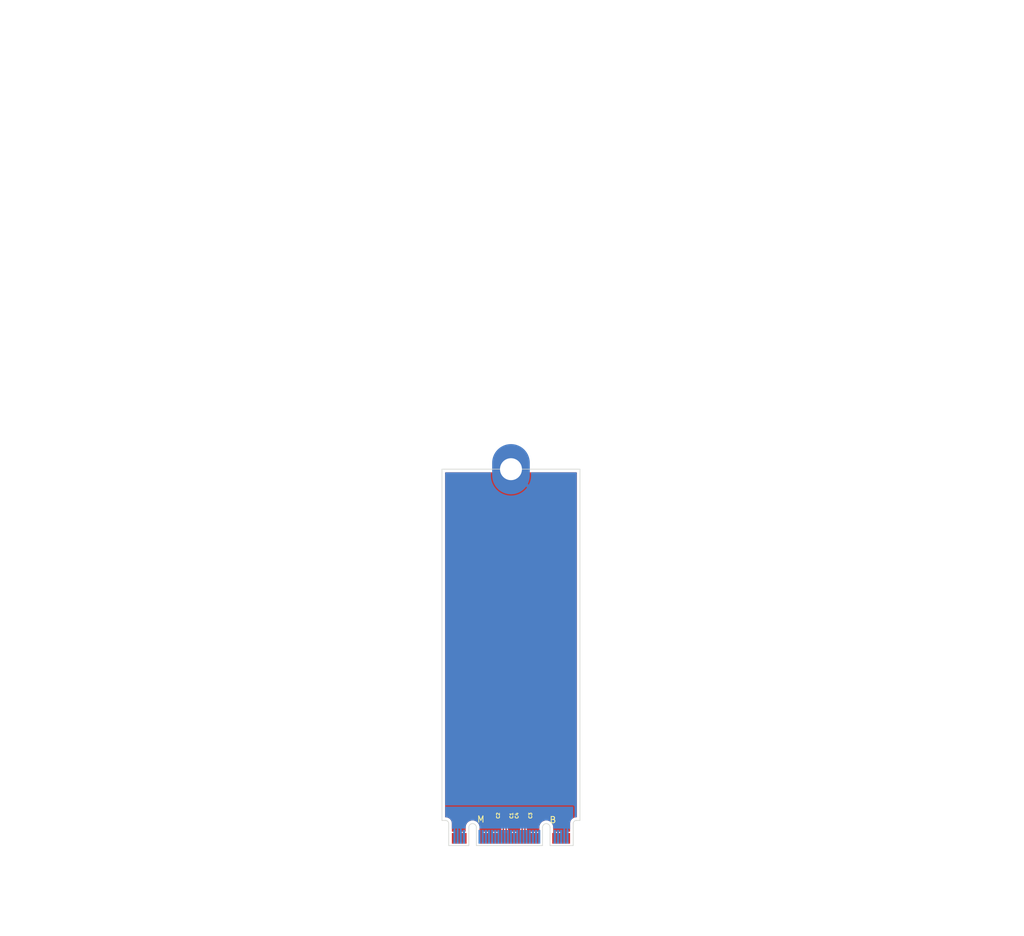
<source format=kicad_pcb>
(kicad_pcb (version 20241229) (generator "pcbnew") (generator_version "9.0")
  (layers (0 "F.Cu" signal) (2 "B.Cu" signal) (13 "F.Paste" user) (15 "B.Paste" user) (5 "F.SilkS" user "F.Silkscreen") (7 "B.SilkS" user "B.Silkscreen") (1 "F.Mask" user) (3 "B.Mask" user) (25 "Edge.Cuts" user))
  (net 0 "")
  (net 1 "/M.2 B+M Key/PET1P")
  (net 2 "/M.2 B+M Key/PET1N")
  (net 3 "/M.2 B+M Key/PET0P")
  (net 4 "/M.2 B+M Key/PET0N")
  (net 5 "/PET0+")
  (net 6 "GND")
  (net 7 "/PET0-")
  (net 8 "/PET1+")
  (net 9 "/CONFIG_3")
  (net 10 "+3.3V")
  (net 11 "/FULL_CARD_PWR_OFF#")
  (net 12 "/USB_D+")
  (net 13 "/W_DISABLE1#")
  (net 14 "/USB_D-")
  (net 15 "/GPIO_9{slash}LED#1")
  (net 16 "/GPIO_5")
  (net 17 "/CONFIG_0")
  (net 18 "/GPIO_6")
  (net 19 "/DPR")
  (net 20 "/GPIO_7")
  (net 21 "/GPIO_11")
  (net 22 "/GPIO_10")
  (net 23 "/GPIO_8")
  (net 24 "/UIM-RESET")
  (net 25 "/UIM-CLK")
  (net 26 "/UIM-DATA")
  (net 27 "/PER1-")
  (net 28 "/UIM-PWR")
  (net 29 "/PER1+")
  (net 30 "/DEVSLP")
  (net 31 "/GPIO_0")
  (net 32 "/GPIO_1")
  (net 33 "/GPIO_2")
  (net 34 "/GPIO_3")
  (net 35 "/PER0-")
  (net 36 "/GPIO_4")
  (net 37 "/PER0+")
  (net 38 "/PERST#")
  (net 39 "/CLKREQ#")
  (net 40 "/REFCLK-")
  (net 41 "/PEWAKE#")
  (net 42 "/REFCLK+")
  (net 45 "/RESET#")
  (net 46 "/SUSCLK")
  (net 47 "/CONFIG_1")
  (net 48 "/CONFIG_2")
  (net 49 "/PET1-")
  (footprint "Capacitor_SMD:C_0201_0603Metric" (layer "F.Cu") (at 107.66 154.32 90)
    (property "Reference" "C2" (at 0 -0.7 90) (layer "F.SilkS") (effects (font (size 0.5 0.5))))
    (property "Value" "220nF")
    (pad "1" smd roundrect (at -0.32 0 90) (size 0.46 0.4) (layers "F.Cu" "F.Mask") (net 3 "/M.2 B+M Key/PET0P"))
    (pad "2" smd roundrect (at 0.32 0 90) (size 0.46 0.4) (layers "F.Cu" "F.Mask") (net 5 "/PET0+"))
  )
  (footprint "PCIexpress:M.2 B+M Key Connector" (layer "F.Cu") (at 109.01 157.98)
    (property "Reference" "J1")
    (property "Value" "~")
    (fp_line (start -11 -2.89) (end -10.425 -2.89) (stroke (width 0.1)) (layer "Edge.Cuts"))
    (fp_line (start -9.925 -2.39) (end -9.925 1.11) (stroke (width 0.1)) (layer "Edge.Cuts"))
    (fp_line (start -6.72 -1.79) (end -6.72 1.11) (stroke (width 0.1)) (layer "Edge.Cuts"))
    (fp_line (start -6.72 1.11) (end -9.925 1.11) (stroke (width 0.1)) (layer "Edge.Cuts"))
    (fp_line (start -5.52 -1.79) (end -5.52 1.11) (stroke (width 0.1)) (layer "Edge.Cuts"))
    (fp_line (start -5.52 1.11) (end 5.03 1.11) (stroke (width 0.1)) (layer "Edge.Cuts"))
    (fp_line (start 5.03 -1.79) (end 5.03 1.11) (stroke (width 0.1)) (layer "Edge.Cuts"))
    (fp_line (start 6.23 -1.79) (end 6.23 1.11) (stroke (width 0.1)) (layer "Edge.Cuts"))
    (fp_line (start 6.23 1.11) (end 9.925 1.11) (stroke (width 0.1)) (layer "Edge.Cuts"))
    (fp_line (start 9.925 -2.39) (end 9.925 1.11) (stroke (width 0.1)) (layer "Edge.Cuts"))
    (fp_line (start 10.425 -2.89) (end 11 -2.89) (stroke (width 0.1)) (layer "Edge.Cuts"))
    (fp_arc (start -10.425 -2.89) (mid -10.071447 -2.743553) (end -9.925 -2.39) (stroke (width 0.1)) (layer "Edge.Cuts"))
    (fp_arc (start -6.72 -1.79) (mid -6.12 -2.39) (end -5.52 -1.79) (stroke (width 0.1)) (layer "Edge.Cuts"))
    (fp_arc (start 5.03 -1.79) (mid 5.63 -2.39) (end 6.23 -1.79) (stroke (width 0.1)) (layer "Edge.Cuts"))
    (fp_arc (start 9.925 -2.39) (mid 10.071447 -2.743553) (end 10.425 -2.89) (stroke (width 0.1)) (layer "Edge.Cuts"))
    (fp_text user "M" (at -5.475 -2.49 0) (layer "F.SilkS") (effects (justify left bottom)))
    (fp_text user "B" (at 6.085 -2.395 0) (layer "F.SilkS") (effects (justify left bottom)))
    (pad "1" smd rect (at 9.25 -0.04 180) (size 0.35 1.7) (layers "F.Cu") (net 9 "/CONFIG_3"))
    (pad "2" smd rect (at 9 -0.29 180) (size 0.35 2.2) (layers "B.Cu") (net 10 "+3.3V"))
    (pad "3" smd rect (at 8.75 -0.04 180) (size 0.35 1.7) (layers "F.Cu") (net 6 "GND"))
    (pad "4" smd rect (at 8.5 -0.29 180) (size 0.35 2.2) (layers "B.Cu") (net 10 "+3.3V"))
    (pad "5" smd rect (at 8.25 -0.04 180) (size 0.35 1.7) (layers "F.Cu") (net 6 "GND"))
    (pad "6" smd rect (at 8 -0.29 180) (size 0.35 2.2) (layers "B.Cu") (net 11 "/FULL_CARD_PWR_OFF#"))
    (pad "7" smd rect (at 7.75 -0.04 180) (size 0.35 1.7) (layers "F.Cu") (net 12 "/USB_D+"))
    (pad "8" smd rect (at 7.5 -0.29 180) (size 0.35 2.2) (layers "B.Cu") (net 13 "/W_DISABLE1#"))
    (pad "9" smd rect (at 7.25 -0.04 180) (size 0.35 1.7) (layers "F.Cu") (net 14 "/USB_D-"))
    (pad "10" smd rect (at 7 -0.29 180) (size 0.35 2.2) (layers "B.Cu") (net 15 "/GPIO_9{slash}LED#1"))
    (pad "11" smd rect (at 6.75 -0.04 180) (size 0.35 1.7) (layers "F.Cu") (net 6 "GND"))
    (pad "20" smd rect (at 4.5 -0.29 180) (size 0.35 2.2) (layers "B.Cu") (net 16 "/GPIO_5"))
    (pad "21" smd rect (at 4.25 -0.04 180) (size 0.35 1.7) (layers "F.Cu") (net 17 "/CONFIG_0"))
    (pad "22" smd rect (at 4 -0.29 180) (size 0.35 2.2) (layers "B.Cu") (net 18 "/GPIO_6"))
    (pad "23" smd rect (at 3.75 -0.04 180) (size 0.35 1.7) (layers "F.Cu") (net 19 "/DPR"))
    (pad "24" smd rect (at 3.5 -0.29 180) (size 0.35 2.2) (layers "B.Cu") (net 20 "/GPIO_7"))
    (pad "25" smd rect (at 3.25 -0.04 180) (size 0.35 1.7) (layers "F.Cu") (net 21 "/GPIO_11"))
    (pad "26" smd rect (at 3 -0.29 180) (size 0.35 2.2) (layers "B.Cu") (net 22 "/GPIO_10"))
    (pad "27" smd rect (at 2.75 -0.04 180) (size 0.35 1.7) (layers "F.Cu") (net 6 "GND"))
    (pad "28" smd rect (at 2.5 -0.29 180) (size 0.35 2.2) (layers "B.Cu") (net 23 "/GPIO_8"))
    (pad "29" smd rect (at 2.25 -0.04 180) (size 0.35 1.7) (layers "F.Cu") (net 2 "/M.2 B+M Key/PET1N"))
    (pad "30" smd rect (at 2 -0.29 180) (size 0.35 2.2) (layers "B.Cu") (net 24 "/UIM-RESET"))
    (pad "31" smd rect (at 1.75 -0.04 180) (size 0.35 1.7) (layers "F.Cu") (net 1 "/M.2 B+M Key/PET1P"))
    (pad "32" smd rect (at 1.5 -0.29 180) (size 0.35 2.2) (layers "B.Cu") (net 25 "/UIM-CLK"))
    (pad "33" smd rect (at 1.25 -0.04 180) (size 0.35 1.7) (layers "F.Cu") (net 6 "GND"))
    (pad "34" smd rect (at 1 -0.29 180) (size 0.35 2.2) (layers "B.Cu") (net 26 "/UIM-DATA"))
    (pad "35" smd rect (at 0.75 -0.04 180) (size 0.35 1.7) (layers "F.Cu") (net 27 "/PER1-"))
    (pad "36" smd rect (at 0.5 -0.29 180) (size 0.35 2.2) (layers "B.Cu") (net 28 "/UIM-PWR"))
    (pad "37" smd rect (at 0.25 -0.04 180) (size 0.35 1.7) (layers "F.Cu") (net 29 "/PER1+"))
    (pad "38" smd rect (at 0 -0.29 180) (size 0.35 2.2) (layers "B.Cu") (net 30 "/DEVSLP"))
    (pad "39" smd rect (at -0.25 -0.04 180) (size 0.35 1.7) (layers "F.Cu") (net 6 "GND"))
    (pad "40" smd rect (at -0.5 -0.29 180) (size 0.35 2.2) (layers "B.Cu") (net 31 "/GPIO_0"))
    (pad "41" smd rect (at -0.75 -0.04 180) (size 0.35 1.7) (layers "F.Cu") (net 4 "/M.2 B+M Key/PET0N"))
    (pad "42" smd rect (at -1 -0.29 180) (size 0.35 2.2) (layers "B.Cu") (net 32 "/GPIO_1"))
    (pad "43" smd rect (at -1.25 -0.04 180) (size 0.35 1.7) (layers "F.Cu") (net 3 "/M.2 B+M Key/PET0P"))
    (pad "44" smd rect (at -1.5 -0.29 180) (size 0.35 2.2) (layers "B.Cu") (net 33 "/GPIO_2"))
    (pad "45" smd rect (at -1.75 -0.04 180) (size 0.35 1.7) (layers "F.Cu") (net 6 "GND"))
    (pad "46" smd rect (at -2 -0.29 180) (size 0.35 2.2) (layers "B.Cu") (net 34 "/GPIO_3"))
    (pad "47" smd rect (at -2.25 -0.04 180) (size 0.35 1.7) (layers "F.Cu") (net 35 "/PER0-"))
    (pad "48" smd rect (at -2.5 -0.29 180) (size 0.35 2.2) (layers "B.Cu") (net 36 "/GPIO_4"))
    (pad "49" smd rect (at -2.75 -0.04 180) (size 0.35 1.7) (layers "F.Cu") (net 37 "/PER0+"))
    (pad "50" smd rect (at -3 -0.29 180) (size 0.35 2.2) (layers "B.Cu") (net 38 "/PERST#"))
    (pad "51" smd rect (at -3.25 -0.04 180) (size 0.35 1.7) (layers "F.Cu") (net 6 "GND"))
    (pad "52" smd rect (at -3.5 -0.29 180) (size 0.35 2.2) (layers "B.Cu") (net 39 "/CLKREQ#"))
    (pad "53" smd rect (at -3.75 -0.04 180) (size 0.35 1.7) (layers "F.Cu") (net 40 "/REFCLK-"))
    (pad "54" smd rect (at -4 -0.29 180) (size 0.35 2.2) (layers "B.Cu") (net 41 "/PEWAKE#"))
    (pad "55" smd rect (at -4.25 -0.04 180) (size 0.35 1.7) (layers "F.Cu") (net 42 "/REFCLK+"))
    (pad "56" smd rect (at -4.5 -0.29 180) (size 0.35 2.2) (layers "B.Cu"))
    (pad "57" smd rect (at -4.75 -0.04 180) (size 0.35 1.7) (layers "F.Cu") (net 6 "GND"))
    (pad "58" smd rect (at -5 -0.29 180) (size 0.35 2.2) (layers "B.Cu"))
    (pad "67" smd rect (at -7.25 -0.04 180) (size 0.35 1.7) (layers "F.Cu") (net 45 "/RESET#"))
    (pad "68" smd rect (at -7.5 -0.29 180) (size 0.35 2.2) (layers "B.Cu") (net 46 "/SUSCLK"))
    (pad "69" smd rect (at -7.75 -0.04 180) (size 0.35 1.7) (layers "F.Cu") (net 47 "/CONFIG_1"))
    (pad "70" smd rect (at -8 -0.29 180) (size 0.35 2.2) (layers "B.Cu") (net 10 "+3.3V"))
    (pad "71" smd rect (at -8.25 -0.04 180) (size 0.35 1.7) (layers "F.Cu") (net 6 "GND"))
    (pad "72" smd rect (at -8.5 -0.29 180) (size 0.35 2.2) (layers "B.Cu") (net 10 "+3.3V"))
    (pad "73" smd rect (at -8.75 -0.04 180) (size 0.35 1.7) (layers "F.Cu") (net 6 "GND"))
    (pad "74" smd rect (at -9 -0.29 180) (size 0.35 2.2) (layers "B.Cu") (net 10 "+3.3V"))
    (pad "75" smd rect (at -9.25 -0.04 180) (size 0.35 1.7) (layers "F.Cu") (net 48 "/CONFIG_2"))
  )
  (footprint "Capacitor_SMD:C_0201_0603Metric" (layer "F.Cu") (at 108.36 154.32 90)
    (property "Reference" "C1" (at 0 0.73 90) (layer "F.SilkS") (effects (font (size 0.5 0.5))))
    (property "Value" "220nF")
    (pad "1" smd roundrect (at -0.32 0 90) (size 0.46 0.4) (layers "F.Cu" "F.Mask") (net 4 "/M.2 B+M Key/PET0N"))
    (pad "2" smd roundrect (at 0.32 0 90) (size 0.46 0.4) (layers "F.Cu" "F.Mask") (net 7 "/PET0-"))
  )
  (footprint "Capacitor_SMD:C_0201_0603Metric" (layer "F.Cu") (at 111.36 154.32 90)
    (property "Reference" "C3" (at 0 0.75 90) (layer "F.SilkS") (effects (font (size 0.5 0.5))))
    (property "Value" "220nF")
    (pad "1" smd roundrect (at -0.32 0 90) (size 0.46 0.4) (layers "F.Cu" "F.Mask") (net 2 "/M.2 B+M Key/PET1N"))
    (pad "2" smd roundrect (at 0.32 0 90) (size 0.46 0.4) (layers "F.Cu" "F.Mask") (net 49 "/PET1-"))
  )
  (footprint "Athena KiCAd library:M.2 Mounting Pad" (layer "F.Cu") (at 109.01 99.09)
    (property "Reference" "H1")
    (property "Value" "MountingHole_Pad")
    (pad "1" thru_hole circle (at 0 0) (size 5.5 5.5) (drill 3.5) (property pad_prop_castellated) (layers "*.Cu" "*.Mask") (net 6 "GND") (padstack (mode front_inner_back) (layer "Inner" (shape circle) (size 5.5 5.5)) (layer "B.Cu" (shape oval) (size 6 8))))
  )
  (footprint "Capacitor_SMD:C_0201_0603Metric" (layer "F.Cu") (at 110.66 154.32 90)
    (property "Reference" "C4" (at 0 -0.71 90) (layer "F.SilkS") (effects (font (size 0.5 0.5))))
    (property "Value" "220nF")
    (pad "1" smd roundrect (at -0.32 0 90) (size 0.46 0.4) (layers "F.Cu" "F.Mask") (net 1 "/M.2 B+M Key/PET1P"))
    (pad "2" smd roundrect (at 0.32 0 90) (size 0.46 0.4) (layers "F.Cu" "F.Mask") (net 8 "/PET1+"))
  )
  (gr_line (start 120.01 99.09) (end 98.01 99.09) (stroke (width 0.1)) (layer "Edge.Cuts"))
  (gr_line (start 98.01 99.09) (end 98.01 155.09) (stroke (width 0.1)) (layer "Edge.Cuts"))
  (gr_line (start 120.01 155.09) (end 120.01 99.09) (stroke (width 0.1)) (layer "Edge.Cuts"))
  (segment (start 110.76 157.94) (end 110.76 156.664999) (width 0.2) (layer "F.Cu") (net 1))
  (segment (start 110.785 156.639999) (end 110.785 155.110001) (width 0.2) (layer "F.Cu") (net 1))
  (segment (start 110.785 155.110001) (end 110.66 154.985001) (width 0.2) (layer "F.Cu") (net 1))
  (segment (start 110.76 156.664999) (end 110.785 156.639999) (width 0.2) (layer "F.Cu") (net 1))
  (segment (start 110.66 154.985001) (end 110.66 154.64) (width 0.2) (layer "F.Cu") (net 1))
  (segment (start 111.36 154.985001) (end 111.36 154.64) (width 0.2) (layer "F.Cu") (net 2))
  (segment (start 111.235 155.110001) (end 111.36 154.985001) (width 0.2) (layer "F.Cu") (net 2))
  (segment (start 111.26 156.664999) (end 111.235 156.639999) (width 0.2) (layer "F.Cu") (net 2))
  (segment (start 111.235 156.639999) (end 111.235 155.110001) (width 0.2) (layer "F.Cu") (net 2))
  (segment (start 111.26 157.94) (end 111.26 156.664999) (width 0.2) (layer "F.Cu") (net 2))
  (segment (start 107.785 156.639999) (end 107.785 155.110001) (width 0.2) (layer "F.Cu") (net 3))
  (segment (start 107.76 156.664999) (end 107.785 156.639999) (width 0.2) (layer "F.Cu") (net 3))
  (segment (start 107.785 155.110001) (end 107.66 154.985001) (width 0.2) (layer "F.Cu") (net 3))
  (segment (start 107.66 154.985001) (end 107.66 154.64) (width 0.2) (layer "F.Cu") (net 3))
  (segment (start 107.76 157.94) (end 107.76 156.664999) (width 0.2) (layer "F.Cu") (net 3))
  (segment (start 108.26 156.664999) (end 108.235 156.639999) (width 0.2) (layer "F.Cu") (net 4))
  (segment (start 108.36 154.985001) (end 108.36 154.64) (width 0.2) (layer "F.Cu") (net 4))
  (segment (start 108.26 157.94) (end 108.26 156.664999) (width 0.2) (layer "F.Cu") (net 4))
  (segment (start 108.235 155.110001) (end 108.36 154.985001) (width 0.2) (layer "F.Cu") (net 4))
  (segment (start 108.235 156.639999) (end 108.235 155.110001) (width 0.2) (layer "F.Cu") (net 4))
  (zone (net 6) (net_name "GND") (layers "F.Cu" "B.Cu") (connect_pads (clearance 0.2)) (min_thickness 0.15) (fill yes (thermal_gap 0.2) (thermal_bridge_width 0.5))
    (polygon (pts (xy 124.01 157.48) (xy 124.01 49.09) (xy 94.01 49.09) (xy 94.01 157.48)))
  )
  (zone (net 10) (net_name "+3.3V") (layer "B.Cu") (priority 1) (connect_pads (clearance 0.2)) (min_thickness 0.1) (fill yes (thermal_gap 0.2) (thermal_bridge_width 0.25))
    (polygon (pts (xy 118.93 157.27) (xy 118.93 152.905) (xy 118.915 152.89) (xy 98.46 152.89) (xy 98.46 157.52) (xy 118.68 157.52)))
  )
)
</source>
